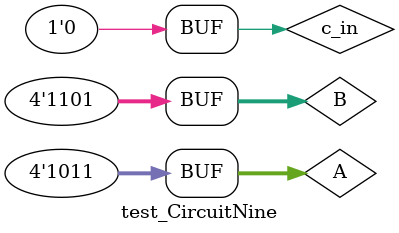
<source format=v>
module test_CircuitNine;
wire [3:0] sum;
wire c_out;
reg [3:0] A, B;
reg c_in;

binary_adder b(sum, c_out, A, B, c_in);

initial
begin
	A = 4'hb; B=4'hd; c_in = 0;
	#20
	A = 4'hb; B=4'hd; c_in = 0;
end
initial
	$monitor("A=%h B=%h c_out=%b sum=%h time=%0d",A,B,c_out,sum,$time);
endmodule
</source>
